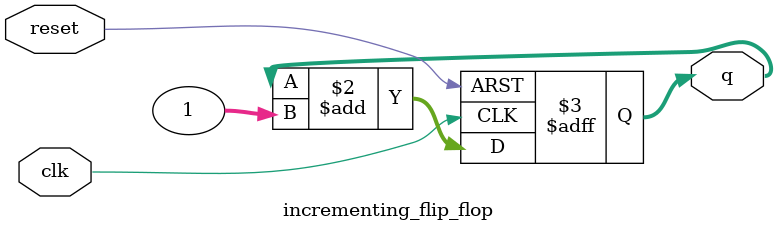
<source format=sv>
module incrementing_flip_flop (
    input logic clk,
    input logic reset,
    output logic [31:0] q
);

always_ff @(posedge clk or posedge reset) begin
    if (reset) begin
        q <= 0;
    end else begin
        q <= q + 1;
    end
end

endmodule
</source>
